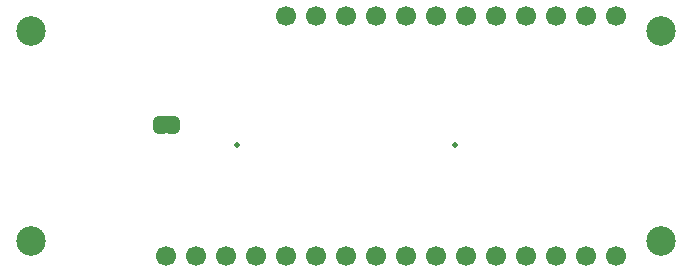
<source format=gbr>
%TF.GenerationSoftware,KiCad,Pcbnew,9.0.1*%
%TF.CreationDate,2025-07-30T00:23:40-04:00*%
%TF.ProjectId,T5848,54353834-382e-46b6-9963-61645f706362,rev?*%
%TF.SameCoordinates,Original*%
%TF.FileFunction,Soldermask,Top*%
%TF.FilePolarity,Negative*%
%FSLAX46Y46*%
G04 Gerber Fmt 4.6, Leading zero omitted, Abs format (unit mm)*
G04 Created by KiCad (PCBNEW 9.0.1) date 2025-07-30 00:23:40*
%MOMM*%
%LPD*%
G01*
G04 APERTURE LIST*
G04 Aperture macros list*
%AMFreePoly0*
4,1,23,0.500000,-0.750000,0.000000,-0.750000,0.000000,-0.745722,-0.065263,-0.745722,-0.191342,-0.711940,-0.304381,-0.646677,-0.396677,-0.554381,-0.461940,-0.441342,-0.495722,-0.315263,-0.495722,-0.250000,-0.500000,-0.250000,-0.500000,0.250000,-0.495722,0.250000,-0.495722,0.315263,-0.461940,0.441342,-0.396677,0.554381,-0.304381,0.646677,-0.191342,0.711940,-0.065263,0.745722,0.000000,0.745722,
0.000000,0.750000,0.500000,0.750000,0.500000,-0.750000,0.500000,-0.750000,$1*%
%AMFreePoly1*
4,1,23,0.000000,0.745722,0.065263,0.745722,0.191342,0.711940,0.304381,0.646677,0.396677,0.554381,0.461940,0.441342,0.495722,0.315263,0.495722,0.250000,0.500000,0.250000,0.500000,-0.250000,0.495722,-0.250000,0.495722,-0.315263,0.461940,-0.441342,0.396677,-0.554381,0.304381,-0.646677,0.191342,-0.711940,0.065263,-0.745722,0.000000,-0.745722,0.000000,-0.750000,-0.500000,-0.750000,
-0.500000,0.750000,0.000000,0.750000,0.000000,0.745722,0.000000,0.745722,$1*%
G04 Aperture macros list end*
%ADD10C,0.000000*%
%ADD11C,2.500000*%
%ADD12FreePoly0,0.000000*%
%ADD13FreePoly1,0.000000*%
%ADD14C,0.500000*%
%ADD15C,1.700000*%
G04 APERTURE END LIST*
D10*
%TO.C,JP1*%
G36*
X133450000Y-103250000D02*
G01*
X133450001Y-104750001D01*
X133150000Y-104750000D01*
X133149999Y-103249999D01*
X133450000Y-103250000D01*
G37*
%TD*%
D11*
%TO.C,H3*%
X121830000Y-113890000D03*
%TD*%
%TO.C,H1*%
X121830000Y-96110000D03*
%TD*%
%TO.C,H2*%
X175170000Y-96110000D03*
%TD*%
D12*
%TO.C,JP1*%
X132649999Y-104000002D03*
D13*
X133950001Y-103999998D03*
%TD*%
D11*
%TO.C,H4*%
X175170000Y-113890000D03*
%TD*%
D14*
%TO.C,MK2*%
X157710000Y-105710000D03*
%TD*%
D15*
%TO.C,J1*%
X133260000Y-115160000D03*
X135800000Y-115160000D03*
X138340000Y-115160001D03*
X140880000Y-115160000D03*
X143420000Y-115160000D03*
X145960000Y-115160000D03*
X148500001Y-115159999D03*
X151040000Y-115160001D03*
X153579999Y-115160001D03*
X156120000Y-115160000D03*
X158660000Y-115160000D03*
X161200000Y-115160000D03*
X163740001Y-115160000D03*
X166280000Y-115160000D03*
X168820000Y-115160000D03*
X171360000Y-115160001D03*
%TD*%
D14*
%TO.C,MK1*%
X139290000Y-105710000D03*
%TD*%
D15*
%TO.C,J2*%
X143420000Y-94840000D03*
X145960000Y-94840000D03*
X148500000Y-94840001D03*
X151040000Y-94840000D03*
X153580000Y-94840000D03*
X156120000Y-94840000D03*
X158660001Y-94839999D03*
X161200000Y-94840001D03*
X163739999Y-94840001D03*
X166280000Y-94840000D03*
X168820000Y-94840000D03*
X171360000Y-94840000D03*
%TD*%
M02*

</source>
